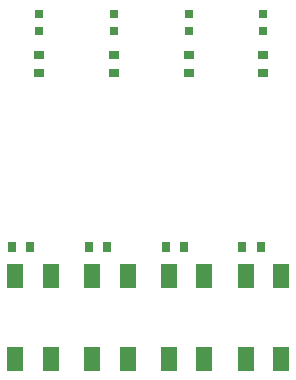
<source format=gtp>
G04*
G04 #@! TF.GenerationSoftware,Altium Limited,Altium Designer,20.0.11 (256)*
G04*
G04 Layer_Color=8421504*
%FSLAX25Y25*%
%MOIN*%
G70*
G01*
G75*
%ADD13R,0.03200X0.03000*%
%ADD14R,0.03000X0.03200*%
%ADD15R,0.05512X0.07874*%
%ADD16R,0.03150X0.03150*%
D13*
X100394Y124903D02*
D03*
Y131003D02*
D03*
X75459Y124903D02*
D03*
Y131003D02*
D03*
X50525Y124903D02*
D03*
Y131003D02*
D03*
X25591Y124903D02*
D03*
Y131003D02*
D03*
D14*
X16635Y66929D02*
D03*
X22735D02*
D03*
X42226D02*
D03*
X48326D02*
D03*
X67816D02*
D03*
X73916D02*
D03*
X93407D02*
D03*
X99507D02*
D03*
D15*
X94488Y29528D02*
D03*
Y57087D02*
D03*
X106299Y29528D02*
D03*
Y57087D02*
D03*
X68898Y29528D02*
D03*
Y57087D02*
D03*
X80709Y29528D02*
D03*
Y57087D02*
D03*
X17717Y29528D02*
D03*
Y57087D02*
D03*
X29528Y29528D02*
D03*
Y57087D02*
D03*
X43307Y29528D02*
D03*
Y57087D02*
D03*
X55118Y29528D02*
D03*
Y57087D02*
D03*
D16*
X25591Y144685D02*
D03*
Y138779D02*
D03*
X50525Y144685D02*
D03*
Y138779D02*
D03*
X75459Y144685D02*
D03*
Y138779D02*
D03*
X100394Y144685D02*
D03*
Y138779D02*
D03*
M02*

</source>
